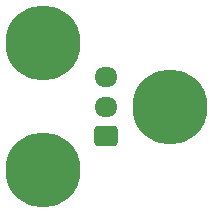
<source format=gbr>
%TF.GenerationSoftware,KiCad,Pcbnew,(6.0.0-0)*%
%TF.CreationDate,2022-09-17T09:57:17-07:00*%
%TF.ProjectId,Untitled,556e7469-746c-4656-942e-6b696361645f,rev?*%
%TF.SameCoordinates,Original*%
%TF.FileFunction,Soldermask,Top*%
%TF.FilePolarity,Negative*%
%FSLAX46Y46*%
G04 Gerber Fmt 4.6, Leading zero omitted, Abs format (unit mm)*
G04 Created by KiCad (PCBNEW (6.0.0-0)) date 2022-09-17 09:57:17*
%MOMM*%
%LPD*%
G01*
G04 APERTURE LIST*
G04 Aperture macros list*
%AMRoundRect*
0 Rectangle with rounded corners*
0 $1 Rounding radius*
0 $2 $3 $4 $5 $6 $7 $8 $9 X,Y pos of 4 corners*
0 Add a 4 corners polygon primitive as box body*
4,1,4,$2,$3,$4,$5,$6,$7,$8,$9,$2,$3,0*
0 Add four circle primitives for the rounded corners*
1,1,$1+$1,$2,$3*
1,1,$1+$1,$4,$5*
1,1,$1+$1,$6,$7*
1,1,$1+$1,$8,$9*
0 Add four rect primitives between the rounded corners*
20,1,$1+$1,$2,$3,$4,$5,0*
20,1,$1+$1,$4,$5,$6,$7,0*
20,1,$1+$1,$6,$7,$8,$9,0*
20,1,$1+$1,$8,$9,$2,$3,0*%
G04 Aperture macros list end*
%ADD10RoundRect,0.250000X0.725000X-0.600000X0.725000X0.600000X-0.725000X0.600000X-0.725000X-0.600000X0*%
%ADD11O,1.950000X1.700000*%
%ADD12C,6.350000*%
G04 APERTURE END LIST*
D10*
%TO.C,J1*%
X103100000Y-69900000D03*
D11*
X103100000Y-67400000D03*
X103100000Y-64900000D03*
%TD*%
D12*
%TO.C,H6*%
X97706000Y-62000000D03*
%TD*%
%TO.C,H5*%
X97706000Y-72800000D03*
%TD*%
%TO.C,H4*%
X108506000Y-67400000D03*
%TD*%
M02*

</source>
